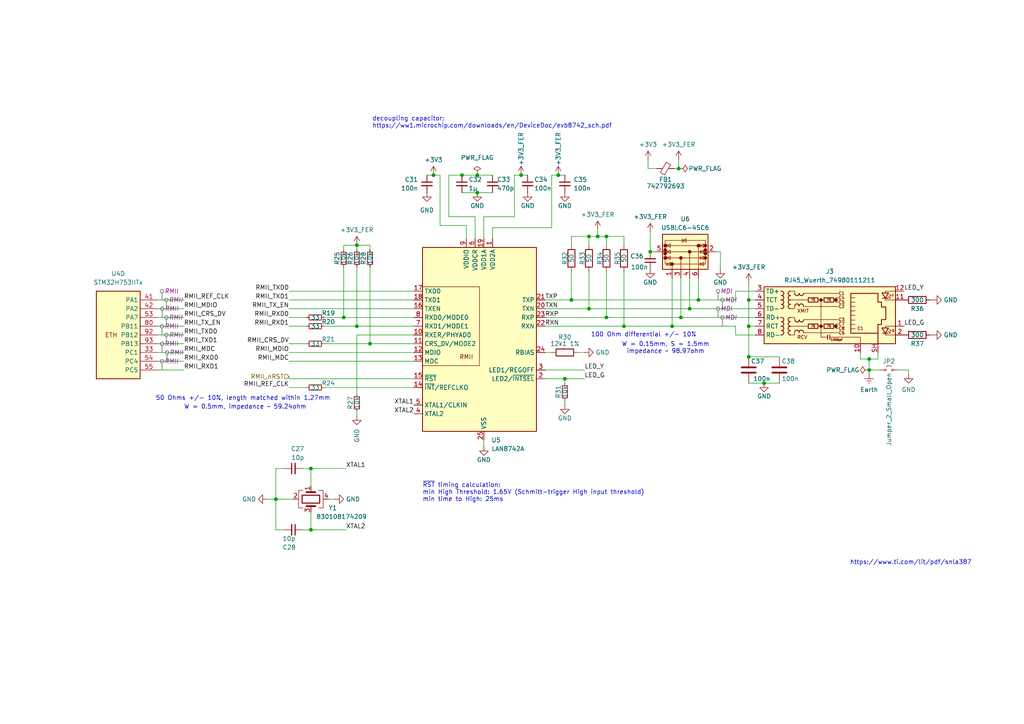
<source format=kicad_sch>
(kicad_sch
	(version 20250114)
	(generator "eeschema")
	(generator_version "9.0")
	(uuid "646f0ec7-69cc-4f42-8786-19ce68dbe63b")
	(paper "A4")
	
	(text "https://www.ti.com/lit/pdf/snla387"
		(exclude_from_sim no)
		(at 264.16 163.195 0)
		(effects
			(font
				(size 1.27 1.27)
			)
		)
		(uuid "07355253-d57a-4889-91b8-64d92046556e")
	)
	(text "W = 0.5mm, impedance ~ 59.24ohm"
		(exclude_from_sim no)
		(at 71.12 118.11 0)
		(effects
			(font
				(size 1.27 1.27)
			)
		)
		(uuid "49058765-2b2c-4275-9dcb-62dec990a013")
	)
	(text "~{RST} timing calculation:\nmin High Threshold: 1.65V (Schmitt-trigger High input threshold)\nmin time to High: 25ms"
		(exclude_from_sim no)
		(at 122.555 142.875 0)
		(effects
			(font
				(size 1.27 1.27)
			)
			(justify left)
		)
		(uuid "647e5c24-9002-4bcb-9253-b89a1429e58f")
	)
	(text "50 Ohms +/- 10%, length matched within 1.27mm"
		(exclude_from_sim no)
		(at 70.485 115.57 0)
		(effects
			(font
				(size 1.27 1.27)
			)
		)
		(uuid "87c95337-b4e4-4486-8203-c41b42b73555")
	)
	(text "decoupling capacitor:\nhttps://ww1.microchip.com/downloads/en/DeviceDoc/evb8742_sch.pdf"
		(exclude_from_sim no)
		(at 107.95 35.56 0)
		(effects
			(font
				(size 1.27 1.27)
			)
			(justify left)
		)
		(uuid "8daae0bb-64e3-4fc9-80ff-1c40c2265636")
	)
	(text "100 Ohm differential +/- 10%"
		(exclude_from_sim no)
		(at 186.69 97.155 0)
		(effects
			(font
				(size 1.27 1.27)
			)
		)
		(uuid "91dfeb50-624f-42c9-afcf-757a0abe0581")
	)
	(text "W = 0.15mm, S = 1.5mm\nimpedance ~ 98.97ohm"
		(exclude_from_sim no)
		(at 193.04 100.965 0)
		(effects
			(font
				(size 1.27 1.27)
			)
		)
		(uuid "fd6cdfc9-b2e2-4b13-abe0-02b1421eaaef")
	)
	(junction
		(at 196.85 48.895)
		(diameter 0)
		(color 0 0 0 0)
		(uuid "049ee6f0-edd9-4de9-9d41-d67b7d7371c4")
	)
	(junction
		(at 252.095 107.315)
		(diameter 0)
		(color 0 0 0 0)
		(uuid "0a4dc002-a1a1-4420-82d9-0f8650ef61be")
	)
	(junction
		(at 163.83 109.855)
		(diameter 0)
		(color 0 0 0 0)
		(uuid "1b0dfb70-1ae2-419b-8562-dfad3b9b2ec1")
	)
	(junction
		(at 103.505 94.615)
		(diameter 0)
		(color 0 0 0 0)
		(uuid "2035bcc3-7426-4bcb-8edc-fae5b3357d94")
	)
	(junction
		(at 151.13 50.8)
		(diameter 0)
		(color 0 0 0 0)
		(uuid "2647d42f-9872-4cd1-b370-3dd4abad0ecf")
	)
	(junction
		(at 202.565 86.995)
		(diameter 0)
		(color 0 0 0 0)
		(uuid "31b34c5c-feb7-4343-a199-c34c4443428d")
	)
	(junction
		(at 180.975 94.615)
		(diameter 0)
		(color 0 0 0 0)
		(uuid "365a1506-233c-4ff0-95cc-7f7a59db9742")
	)
	(junction
		(at 194.945 94.615)
		(diameter 0)
		(color 0 0 0 0)
		(uuid "4369633a-7c55-4b23-8849-c208281a6526")
	)
	(junction
		(at 165.735 86.995)
		(diameter 0)
		(color 0 0 0 0)
		(uuid "463d78f6-9a6e-4f37-93c6-b49793c12db1")
	)
	(junction
		(at 161.925 50.8)
		(diameter 0)
		(color 0 0 0 0)
		(uuid "4d300525-7eec-4176-997d-066554a55c5b")
	)
	(junction
		(at 221.615 111.125)
		(diameter 0)
		(color 0 0 0 0)
		(uuid "5f43df96-af99-4f70-af0c-81c21162083a")
	)
	(junction
		(at 217.17 86.995)
		(diameter 0)
		(color 0 0 0 0)
		(uuid "608c3ba2-14a8-4f9c-8522-bde368058f20")
	)
	(junction
		(at 80.01 144.78)
		(diameter 0)
		(color 0 0 0 0)
		(uuid "787f373f-9e88-4948-aee8-3d2848b59e9a")
	)
	(junction
		(at 175.895 92.075)
		(diameter 0)
		(color 0 0 0 0)
		(uuid "7fe16ac2-7ca3-4751-a581-5dcb8a6c92fd")
	)
	(junction
		(at 200.025 89.535)
		(diameter 0)
		(color 0 0 0 0)
		(uuid "9475dafa-ebc7-4881-a820-06306bb84810")
	)
	(junction
		(at 125.73 50.8)
		(diameter 0)
		(color 0 0 0 0)
		(uuid "96e1967a-2115-41a7-88e9-acfb9aa5adde")
	)
	(junction
		(at 217.17 103.505)
		(diameter 0)
		(color 0 0 0 0)
		(uuid "9beb3c46-0a2f-4454-ac89-62302ac3b4b6")
	)
	(junction
		(at 99.695 92.075)
		(diameter 0)
		(color 0 0 0 0)
		(uuid "a19ea777-a0c8-4300-8c9c-2eff811d80a8")
	)
	(junction
		(at 173.355 68.58)
		(diameter 0)
		(color 0 0 0 0)
		(uuid "aae18f9d-4e04-46ce-b266-d0e944fa6fe0")
	)
	(junction
		(at 103.505 71.12)
		(diameter 0)
		(color 0 0 0 0)
		(uuid "abafef1c-2e60-46e4-a8ae-5d7767c8353f")
	)
	(junction
		(at 90.17 135.89)
		(diameter 0)
		(color 0 0 0 0)
		(uuid "aebe97b2-90e8-4de5-ae36-1e13702e691f")
	)
	(junction
		(at 217.17 94.615)
		(diameter 0)
		(color 0 0 0 0)
		(uuid "b9cce664-a30d-45fa-9a00-8b22b82def88")
	)
	(junction
		(at 170.815 89.535)
		(diameter 0)
		(color 0 0 0 0)
		(uuid "c3700580-2003-4b1e-b1bb-6f518b3b860f")
	)
	(junction
		(at 107.315 99.695)
		(diameter 0)
		(color 0 0 0 0)
		(uuid "d39b6d90-3daf-408a-85ef-31f5d5d58189")
	)
	(junction
		(at 170.815 68.58)
		(diameter 0)
		(color 0 0 0 0)
		(uuid "dbd60596-381e-4027-a0e0-5a70fa2bfffb")
	)
	(junction
		(at 197.485 92.075)
		(diameter 0)
		(color 0 0 0 0)
		(uuid "e4de4d00-0894-47cf-b7f6-1c71ac9dd439")
	)
	(junction
		(at 175.895 68.58)
		(diameter 0)
		(color 0 0 0 0)
		(uuid "e67fad01-e732-47db-8c6b-05e5527967e6")
	)
	(junction
		(at 138.43 50.8)
		(diameter 0)
		(color 0 0 0 0)
		(uuid "eb5b30ac-37b3-4752-9ec5-cabbd714e075")
	)
	(junction
		(at 188.595 73.025)
		(diameter 0)
		(color 0 0 0 0)
		(uuid "f00bcc62-17d4-4f90-8f03-15fd4a6927a5")
	)
	(junction
		(at 90.17 153.67)
		(diameter 0)
		(color 0 0 0 0)
		(uuid "f671a679-fe35-4bcb-8fc5-8cfb555ede48")
	)
	(junction
		(at 138.43 55.88)
		(diameter 0)
		(color 0 0 0 0)
		(uuid "f7882165-b142-422f-b8b9-e7dd0618ad3f")
	)
	(junction
		(at 133.985 50.8)
		(diameter 0)
		(color 0 0 0 0)
		(uuid "f8fde5d8-42bd-473d-8f11-6dac1d9074ab")
	)
	(junction
		(at 252.095 104.14)
		(diameter 0)
		(color 0 0 0 0)
		(uuid "fe636ced-f702-4712-8005-0b89218216b5")
	)
	(wire
		(pts
			(xy 217.17 111.125) (xy 221.615 111.125)
		)
		(stroke
			(width 0)
			(type default)
		)
		(uuid "00144ff2-1693-4af6-869b-7e0a6c94bd1c")
	)
	(wire
		(pts
			(xy 160.02 50.8) (xy 160.02 66.04)
		)
		(stroke
			(width 0)
			(type default)
		)
		(uuid "01affafa-6033-4662-b39b-b9bf66857308")
	)
	(wire
		(pts
			(xy 80.01 144.78) (xy 77.47 144.78)
		)
		(stroke
			(width 0)
			(type default)
		)
		(uuid "01ba70ec-75c3-48c2-bdc1-3082c9c1ff85")
	)
	(wire
		(pts
			(xy 263.525 108.585) (xy 263.525 107.315)
		)
		(stroke
			(width 0)
			(type default)
		)
		(uuid "06da63f1-7d48-4675-bf23-6154b3e6b7ac")
	)
	(wire
		(pts
			(xy 170.815 68.58) (xy 173.355 68.58)
		)
		(stroke
			(width 0)
			(type default)
		)
		(uuid "08911034-c627-4506-90df-866254fed377")
	)
	(wire
		(pts
			(xy 188.595 73.025) (xy 189.865 73.025)
		)
		(stroke
			(width 0)
			(type default)
		)
		(uuid "0af78097-134e-4eab-8e4d-2b17537b0a86")
	)
	(wire
		(pts
			(xy 103.505 71.12) (xy 103.505 72.39)
		)
		(stroke
			(width 0)
			(type default)
		)
		(uuid "0d4f2b73-4153-4178-a506-1e102a676c5a")
	)
	(wire
		(pts
			(xy 173.355 68.58) (xy 175.895 68.58)
		)
		(stroke
			(width 0)
			(type default)
		)
		(uuid "0fccca0a-4dda-4e18-8f4f-5693216504e8")
	)
	(wire
		(pts
			(xy 170.815 78.74) (xy 170.815 89.535)
		)
		(stroke
			(width 0)
			(type default)
		)
		(uuid "15301487-0332-4c24-87d6-9ebe513c5aa8")
	)
	(wire
		(pts
			(xy 180.975 78.74) (xy 180.975 94.615)
		)
		(stroke
			(width 0)
			(type default)
		)
		(uuid "16d55de7-d73b-4de9-a28a-2ad1512f7552")
	)
	(wire
		(pts
			(xy 173.355 66.675) (xy 173.355 68.58)
		)
		(stroke
			(width 0)
			(type default)
		)
		(uuid "20e0de63-6e19-4287-9b59-e7006fd03ea4")
	)
	(wire
		(pts
			(xy 165.735 71.12) (xy 165.735 68.58)
		)
		(stroke
			(width 0)
			(type default)
		)
		(uuid "2125a24a-c2df-4b5f-9ce4-1ba7ca1ac7f3")
	)
	(wire
		(pts
			(xy 217.17 94.615) (xy 219.075 94.615)
		)
		(stroke
			(width 0)
			(type default)
		)
		(uuid "220e8c9f-eddd-4d41-b867-0777ab93f49f")
	)
	(wire
		(pts
			(xy 45.72 92.075) (xy 53.34 92.075)
		)
		(stroke
			(width 0)
			(type default)
		)
		(uuid "23d2efb4-7bcc-48a4-909b-bbd3d05a2745")
	)
	(wire
		(pts
			(xy 158.115 94.615) (xy 180.975 94.615)
		)
		(stroke
			(width 0)
			(type default)
		)
		(uuid "2654fbbe-d5a5-49a7-96c1-e5d3d9cbd202")
	)
	(wire
		(pts
			(xy 103.505 97.155) (xy 103.505 114.3)
		)
		(stroke
			(width 0)
			(type default)
		)
		(uuid "26b370ea-f94a-4cc7-8796-34563f511ab4")
	)
	(wire
		(pts
			(xy 83.82 92.075) (xy 88.9 92.075)
		)
		(stroke
			(width 0)
			(type default)
		)
		(uuid "28e1c6e0-596e-45fc-a2ae-dfd4218dcc2b")
	)
	(wire
		(pts
			(xy 125.73 50.8) (xy 127.635 50.8)
		)
		(stroke
			(width 0)
			(type default)
		)
		(uuid "290a9c70-f7fb-4e52-9ec5-3c44da9fa8bb")
	)
	(wire
		(pts
			(xy 127.635 65.405) (xy 135.255 65.405)
		)
		(stroke
			(width 0)
			(type default)
		)
		(uuid "29531760-dd99-46ec-b090-373b73def878")
	)
	(wire
		(pts
			(xy 93.98 92.075) (xy 99.695 92.075)
		)
		(stroke
			(width 0)
			(type default)
		)
		(uuid "2b2480a8-a9e9-4d94-a36d-49898046089b")
	)
	(wire
		(pts
			(xy 45.72 104.775) (xy 53.34 104.775)
		)
		(stroke
			(width 0)
			(type default)
		)
		(uuid "2d1889fb-b78d-46bc-9b9f-a77d13ac50da")
	)
	(wire
		(pts
			(xy 149.225 62.865) (xy 140.335 62.865)
		)
		(stroke
			(width 0)
			(type default)
		)
		(uuid "2da8ee30-603c-4699-bd2a-d6150ecec628")
	)
	(wire
		(pts
			(xy 45.72 102.235) (xy 53.34 102.235)
		)
		(stroke
			(width 0)
			(type default)
		)
		(uuid "2fcd5923-5415-4aa0-b1b2-2572d5169ef0")
	)
	(wire
		(pts
			(xy 213.36 97.155) (xy 213.36 94.615)
		)
		(stroke
			(width 0)
			(type default)
		)
		(uuid "303ec749-b4df-4895-af78-935caf4ffa85")
	)
	(wire
		(pts
			(xy 249.555 102.235) (xy 249.555 104.14)
		)
		(stroke
			(width 0)
			(type default)
		)
		(uuid "339e1b2d-bb9b-420b-8721-d254f6400d5d")
	)
	(wire
		(pts
			(xy 83.82 102.235) (xy 120.015 102.235)
		)
		(stroke
			(width 0)
			(type default)
		)
		(uuid "34208d06-6624-45f4-8759-b98580b4cab6")
	)
	(wire
		(pts
			(xy 83.82 94.615) (xy 88.9 94.615)
		)
		(stroke
			(width 0)
			(type default)
		)
		(uuid "3a18ed65-3736-42ee-a19e-d4fe4e0db912")
	)
	(wire
		(pts
			(xy 130.175 50.8) (xy 130.175 62.865)
		)
		(stroke
			(width 0)
			(type default)
		)
		(uuid "429cc455-908c-4731-9f3e-59cdf1306dda")
	)
	(wire
		(pts
			(xy 83.82 89.535) (xy 120.015 89.535)
		)
		(stroke
			(width 0)
			(type default)
		)
		(uuid "436c1e9b-5847-48e1-8461-50d0c76d4f4d")
	)
	(wire
		(pts
			(xy 163.83 109.855) (xy 158.115 109.855)
		)
		(stroke
			(width 0)
			(type default)
		)
		(uuid "43dae1d9-5de7-4a35-8a77-507e554c0068")
	)
	(wire
		(pts
			(xy 187.96 48.895) (xy 190.5 48.895)
		)
		(stroke
			(width 0)
			(type default)
		)
		(uuid "48a5b44a-d3cd-4119-adc8-7a67986557fb")
	)
	(wire
		(pts
			(xy 165.735 86.995) (xy 202.565 86.995)
		)
		(stroke
			(width 0)
			(type default)
		)
		(uuid "49a09884-c4f9-4fb9-af64-7c5e38ae0089")
	)
	(wire
		(pts
			(xy 175.895 92.075) (xy 197.485 92.075)
		)
		(stroke
			(width 0)
			(type default)
		)
		(uuid "4b7f8fc0-827f-4f00-b156-8f616aaebcf6")
	)
	(wire
		(pts
			(xy 194.945 94.615) (xy 213.36 94.615)
		)
		(stroke
			(width 0)
			(type default)
		)
		(uuid "4b84dd7b-806f-4ed2-9d62-df9122e4e6e6")
	)
	(wire
		(pts
			(xy 107.315 77.47) (xy 107.315 99.695)
		)
		(stroke
			(width 0)
			(type default)
		)
		(uuid "4bc5c759-75f0-40ef-a141-a41cb1f491fc")
	)
	(wire
		(pts
			(xy 175.895 78.74) (xy 175.895 92.075)
		)
		(stroke
			(width 0)
			(type default)
		)
		(uuid "4d5374fe-a43a-4c9b-b414-195fc28fb9b7")
	)
	(wire
		(pts
			(xy 82.55 153.67) (xy 80.01 153.67)
		)
		(stroke
			(width 0)
			(type default)
		)
		(uuid "4e385c0d-88cc-48c9-a4b5-aefeda986768")
	)
	(wire
		(pts
			(xy 133.985 55.88) (xy 138.43 55.88)
		)
		(stroke
			(width 0)
			(type default)
		)
		(uuid "522a4a19-7f4a-411b-b5a1-ed8003c0efd3")
	)
	(wire
		(pts
			(xy 83.82 86.995) (xy 120.015 86.995)
		)
		(stroke
			(width 0)
			(type default)
		)
		(uuid "52bf19ae-217a-4d6e-9ab1-0d2ab2ccf89a")
	)
	(wire
		(pts
			(xy 270.51 86.995) (xy 269.875 86.995)
		)
		(stroke
			(width 0)
			(type default)
		)
		(uuid "55698565-bacc-4261-aa34-18d5c76ebd76")
	)
	(wire
		(pts
			(xy 83.82 84.455) (xy 120.015 84.455)
		)
		(stroke
			(width 0)
			(type default)
		)
		(uuid "5937e630-c0ef-452a-b08d-abca98131ba2")
	)
	(wire
		(pts
			(xy 45.72 89.535) (xy 53.34 89.535)
		)
		(stroke
			(width 0)
			(type default)
		)
		(uuid "5e24a51b-7d35-445e-a28a-0a7f428dde79")
	)
	(wire
		(pts
			(xy 95.25 144.78) (xy 97.155 144.78)
		)
		(stroke
			(width 0)
			(type default)
		)
		(uuid "61508d60-da4b-43b3-894f-9d6e19fa150a")
	)
	(wire
		(pts
			(xy 103.505 97.155) (xy 120.015 97.155)
		)
		(stroke
			(width 0)
			(type default)
		)
		(uuid "61b320ff-404a-46cc-a700-a316d6f91a6b")
	)
	(wire
		(pts
			(xy 187.96 46.355) (xy 187.96 48.895)
		)
		(stroke
			(width 0)
			(type default)
		)
		(uuid "61d58686-f4f3-4cd0-9e72-c6599e6e60e5")
	)
	(wire
		(pts
			(xy 202.565 80.645) (xy 202.565 86.995)
		)
		(stroke
			(width 0)
			(type default)
		)
		(uuid "62d3a61c-f94d-4ec5-ae3c-b6b037886d47")
	)
	(wire
		(pts
			(xy 163.83 109.855) (xy 163.83 111.125)
		)
		(stroke
			(width 0)
			(type default)
		)
		(uuid "674f085f-fb53-4729-8e44-4201119212aa")
	)
	(wire
		(pts
			(xy 130.175 50.8) (xy 133.985 50.8)
		)
		(stroke
			(width 0)
			(type default)
		)
		(uuid "68f2f386-eb02-421e-a7d1-2f8fbe6da36d")
	)
	(wire
		(pts
			(xy 213.36 84.455) (xy 219.075 84.455)
		)
		(stroke
			(width 0)
			(type default)
		)
		(uuid "6afcbffe-476b-4748-95fe-8ea452c242cd")
	)
	(wire
		(pts
			(xy 45.72 99.695) (xy 53.34 99.695)
		)
		(stroke
			(width 0)
			(type default)
		)
		(uuid "6b66700f-6440-4a98-9ea2-912876cb0c86")
	)
	(wire
		(pts
			(xy 252.095 107.315) (xy 255.27 107.315)
		)
		(stroke
			(width 0)
			(type default)
		)
		(uuid "6c6c5d66-4a78-43a2-ad9f-8471ed731a0b")
	)
	(wire
		(pts
			(xy 180.975 68.58) (xy 180.975 71.12)
		)
		(stroke
			(width 0)
			(type default)
		)
		(uuid "6c972cd1-4da0-4615-aed0-1b0e67e4768a")
	)
	(wire
		(pts
			(xy 219.075 86.995) (xy 217.17 86.995)
		)
		(stroke
			(width 0)
			(type default)
		)
		(uuid "6e785828-3fe3-4bff-b9a6-2ec11b609e3c")
	)
	(wire
		(pts
			(xy 217.17 103.505) (xy 226.06 103.505)
		)
		(stroke
			(width 0)
			(type default)
		)
		(uuid "78aba207-eb8b-48e5-be39-c7b69e8a494c")
	)
	(wire
		(pts
			(xy 270.51 97.155) (xy 269.875 97.155)
		)
		(stroke
			(width 0)
			(type default)
		)
		(uuid "7bcc2f40-53e0-4560-bac4-206255dca4e5")
	)
	(wire
		(pts
			(xy 99.695 92.075) (xy 120.015 92.075)
		)
		(stroke
			(width 0)
			(type default)
		)
		(uuid "7c2481da-70c0-4909-862e-16149359c609")
	)
	(wire
		(pts
			(xy 133.985 50.8) (xy 138.43 50.8)
		)
		(stroke
			(width 0)
			(type default)
		)
		(uuid "7c97ce75-94c9-4b10-8262-850d8bbb3df6")
	)
	(wire
		(pts
			(xy 90.17 135.89) (xy 90.17 140.97)
		)
		(stroke
			(width 0)
			(type default)
		)
		(uuid "7ea64745-433b-4445-8340-fe5232f8e914")
	)
	(wire
		(pts
			(xy 93.98 112.395) (xy 120.015 112.395)
		)
		(stroke
			(width 0)
			(type default)
		)
		(uuid "7fbc9325-e968-4f74-9b93-5bd8d08d7e5f")
	)
	(wire
		(pts
			(xy 103.505 71.12) (xy 107.315 71.12)
		)
		(stroke
			(width 0)
			(type default)
		)
		(uuid "800530cc-c4d2-4a7e-91f0-76d71f148cbd")
	)
	(wire
		(pts
			(xy 169.545 107.315) (xy 158.115 107.315)
		)
		(stroke
			(width 0)
			(type default)
		)
		(uuid "812ff3f7-f076-40b5-8856-3a597416b7eb")
	)
	(wire
		(pts
			(xy 208.915 78.105) (xy 208.915 73.025)
		)
		(stroke
			(width 0)
			(type default)
		)
		(uuid "83ea4a83-a30c-48bd-9175-53b0aa084a6a")
	)
	(wire
		(pts
			(xy 99.695 77.47) (xy 99.695 92.075)
		)
		(stroke
			(width 0)
			(type default)
		)
		(uuid "871fb53c-fd13-4b02-abc0-fe5e27b7b0a5")
	)
	(wire
		(pts
			(xy 158.115 89.535) (xy 170.815 89.535)
		)
		(stroke
			(width 0)
			(type default)
		)
		(uuid "8a403cb8-dfd3-4ae5-be0f-3761e62ab178")
	)
	(wire
		(pts
			(xy 83.82 99.695) (xy 88.9 99.695)
		)
		(stroke
			(width 0)
			(type default)
		)
		(uuid "8a5a1edd-b612-4278-ace6-d9a58e952d76")
	)
	(wire
		(pts
			(xy 103.505 94.615) (xy 120.015 94.615)
		)
		(stroke
			(width 0)
			(type default)
		)
		(uuid "8bc3e9a0-e3c7-4ab7-81fe-5f240abc8e28")
	)
	(wire
		(pts
			(xy 208.915 73.025) (xy 207.645 73.025)
		)
		(stroke
			(width 0)
			(type default)
		)
		(uuid "8c28dfd6-f055-4f0f-bfd7-60187e203c7b")
	)
	(wire
		(pts
			(xy 169.545 109.855) (xy 163.83 109.855)
		)
		(stroke
			(width 0)
			(type default)
		)
		(uuid "8ded6cc0-737a-4c89-89a1-f1139eb4cc8e")
	)
	(wire
		(pts
			(xy 83.82 104.775) (xy 120.015 104.775)
		)
		(stroke
			(width 0)
			(type default)
		)
		(uuid "8e0b8178-31de-48d9-b9c1-9458379f8036")
	)
	(wire
		(pts
			(xy 197.485 80.645) (xy 197.485 92.075)
		)
		(stroke
			(width 0)
			(type default)
		)
		(uuid "8e687512-2e02-42e9-aa27-bf833b5e8bdc")
	)
	(wire
		(pts
			(xy 165.735 78.74) (xy 165.735 86.995)
		)
		(stroke
			(width 0)
			(type default)
		)
		(uuid "91da2b26-22a0-4542-b2ee-931d057c3727")
	)
	(wire
		(pts
			(xy 90.17 153.67) (xy 87.63 153.67)
		)
		(stroke
			(width 0)
			(type default)
		)
		(uuid "92bf7c38-400d-49d1-ad9d-4d9a6ce02c7c")
	)
	(wire
		(pts
			(xy 217.17 81.915) (xy 217.17 86.995)
		)
		(stroke
			(width 0)
			(type default)
		)
		(uuid "94478a99-c3c4-4e4c-a495-d24168655c5f")
	)
	(wire
		(pts
			(xy 127.635 50.8) (xy 127.635 65.405)
		)
		(stroke
			(width 0)
			(type default)
		)
		(uuid "94a1c5ba-7c20-4a13-9b87-f0fa0e9f28df")
	)
	(wire
		(pts
			(xy 254.635 102.235) (xy 254.635 104.14)
		)
		(stroke
			(width 0)
			(type default)
		)
		(uuid "952da97a-927e-4ca1-baaf-7ff4a88abfb2")
	)
	(wire
		(pts
			(xy 200.025 80.645) (xy 200.025 89.535)
		)
		(stroke
			(width 0)
			(type default)
		)
		(uuid "9548ff77-0a4c-4549-9c8e-d0fd9f1e6a40")
	)
	(wire
		(pts
			(xy 252.095 104.14) (xy 254.635 104.14)
		)
		(stroke
			(width 0)
			(type default)
		)
		(uuid "97f110a7-551f-4025-aabc-dea7c2b7dcd7")
	)
	(wire
		(pts
			(xy 249.555 104.14) (xy 252.095 104.14)
		)
		(stroke
			(width 0)
			(type default)
		)
		(uuid "984cd56c-c49f-48f8-aa4b-f552714fdc23")
	)
	(wire
		(pts
			(xy 45.72 107.315) (xy 53.34 107.315)
		)
		(stroke
			(width 0)
			(type default)
		)
		(uuid "9885e643-76f4-43fa-bcbf-55ff7c90248a")
	)
	(wire
		(pts
			(xy 80.01 135.89) (xy 82.55 135.89)
		)
		(stroke
			(width 0)
			(type default)
		)
		(uuid "9b556e72-6b69-440e-8dd6-395eced69758")
	)
	(wire
		(pts
			(xy 260.35 107.315) (xy 263.525 107.315)
		)
		(stroke
			(width 0)
			(type default)
		)
		(uuid "9cf1c10b-b647-46e8-a76f-84bc75175116")
	)
	(wire
		(pts
			(xy 200.025 89.535) (xy 219.075 89.535)
		)
		(stroke
			(width 0)
			(type default)
		)
		(uuid "9d3da8a4-f830-4814-ae63-5a93f6e6f974")
	)
	(wire
		(pts
			(xy 83.82 112.395) (xy 88.9 112.395)
		)
		(stroke
			(width 0)
			(type default)
		)
		(uuid "9d47613c-b2e9-47d4-b847-783c0eecfe36")
	)
	(wire
		(pts
			(xy 80.01 144.78) (xy 85.09 144.78)
		)
		(stroke
			(width 0)
			(type default)
		)
		(uuid "9e328c0b-b8d0-44c3-9502-a376eb60c70f")
	)
	(wire
		(pts
			(xy 195.58 48.895) (xy 196.85 48.895)
		)
		(stroke
			(width 0)
			(type default)
		)
		(uuid "9f77652f-e7f9-4d2e-9fd8-b7fed4b023d7")
	)
	(wire
		(pts
			(xy 45.72 97.155) (xy 53.34 97.155)
		)
		(stroke
			(width 0)
			(type default)
		)
		(uuid "a15bffc4-03ec-4494-b211-30b28e55de7c")
	)
	(wire
		(pts
			(xy 161.925 50.8) (xy 163.83 50.8)
		)
		(stroke
			(width 0)
			(type default)
		)
		(uuid "a1b019fd-8deb-484b-9046-8f51a332eb08")
	)
	(wire
		(pts
			(xy 100.33 135.89) (xy 90.17 135.89)
		)
		(stroke
			(width 0)
			(type default)
		)
		(uuid "a3ac8f3e-6ccb-4afa-b5be-fc8a54d1b5c3")
	)
	(wire
		(pts
			(xy 160.02 50.8) (xy 161.925 50.8)
		)
		(stroke
			(width 0)
			(type default)
		)
		(uuid "a6e42b82-5250-4794-aa1b-6a9d3cc2a740")
	)
	(wire
		(pts
			(xy 83.82 109.855) (xy 120.015 109.855)
		)
		(stroke
			(width 0)
			(type default)
		)
		(uuid "a7600a51-bba3-4568-95e4-a911a671451b")
	)
	(wire
		(pts
			(xy 153.035 50.8) (xy 151.13 50.8)
		)
		(stroke
			(width 0)
			(type default)
		)
		(uuid "a78d45b3-6f4b-40c8-b675-b373cdf2db95")
	)
	(wire
		(pts
			(xy 80.01 144.78) (xy 80.01 135.89)
		)
		(stroke
			(width 0)
			(type default)
		)
		(uuid "a80f71b5-806b-448e-8d71-c0fa43b87a80")
	)
	(wire
		(pts
			(xy 160.02 66.04) (xy 142.875 66.04)
		)
		(stroke
			(width 0)
			(type default)
		)
		(uuid "aca29c85-595d-4868-bff2-7837dc83bbb1")
	)
	(wire
		(pts
			(xy 175.895 68.58) (xy 175.895 71.12)
		)
		(stroke
			(width 0)
			(type default)
		)
		(uuid "acfd7b76-16dc-49f2-a48a-5c7cd1ce04e7")
	)
	(wire
		(pts
			(xy 45.72 86.995) (xy 53.34 86.995)
		)
		(stroke
			(width 0)
			(type default)
		)
		(uuid "ad8abd60-dcfd-4719-84a8-2aa3bb4d78e2")
	)
	(wire
		(pts
			(xy 100.33 153.67) (xy 90.17 153.67)
		)
		(stroke
			(width 0)
			(type default)
		)
		(uuid "adc8bd2c-37d6-4047-8788-f3094fbc5d11")
	)
	(wire
		(pts
			(xy 103.505 77.47) (xy 103.505 94.615)
		)
		(stroke
			(width 0)
			(type default)
		)
		(uuid "b147d74c-0249-49e5-ba86-6d63126ec931")
	)
	(wire
		(pts
			(xy 140.335 127.635) (xy 140.335 129.54)
		)
		(stroke
			(width 0)
			(type default)
		)
		(uuid "b15c7db4-bbd8-467f-ada9-e6ccec227f53")
	)
	(wire
		(pts
			(xy 217.17 94.615) (xy 217.17 103.505)
		)
		(stroke
			(width 0)
			(type default)
		)
		(uuid "b3b6295f-3bd7-4cb7-8d2f-5eb061c3ec6f")
	)
	(wire
		(pts
			(xy 196.85 46.355) (xy 196.85 48.895)
		)
		(stroke
			(width 0)
			(type default)
		)
		(uuid "b3eb0eee-b544-43cc-ac14-ef786a2e8e70")
	)
	(wire
		(pts
			(xy 123.825 50.8) (xy 125.73 50.8)
		)
		(stroke
			(width 0)
			(type default)
		)
		(uuid "b52cdca1-6194-43f7-a3da-9f51f82530cf")
	)
	(wire
		(pts
			(xy 45.72 94.615) (xy 53.34 94.615)
		)
		(stroke
			(width 0)
			(type default)
		)
		(uuid "b659373f-abac-4095-91b7-3cd134be45d6")
	)
	(wire
		(pts
			(xy 135.255 65.405) (xy 135.255 69.215)
		)
		(stroke
			(width 0)
			(type default)
		)
		(uuid "b9e03fb6-2f0c-4279-b9d4-c71f9ecc5acc")
	)
	(wire
		(pts
			(xy 197.485 92.075) (xy 219.075 92.075)
		)
		(stroke
			(width 0)
			(type default)
		)
		(uuid "bba6544d-7714-4872-8583-92941f4db7f0")
	)
	(wire
		(pts
			(xy 221.615 111.125) (xy 226.06 111.125)
		)
		(stroke
			(width 0)
			(type default)
		)
		(uuid "bbbb2aa4-d452-4a66-bb98-5d058a59c6cb")
	)
	(wire
		(pts
			(xy 170.815 89.535) (xy 200.025 89.535)
		)
		(stroke
			(width 0)
			(type default)
		)
		(uuid "bd0553eb-77a6-4647-a4c3-297b942873da")
	)
	(wire
		(pts
			(xy 99.695 71.12) (xy 103.505 71.12)
		)
		(stroke
			(width 0)
			(type default)
		)
		(uuid "be79e75b-7ed4-4d49-a22c-57af6699a84b")
	)
	(wire
		(pts
			(xy 158.115 92.075) (xy 175.895 92.075)
		)
		(stroke
			(width 0)
			(type default)
		)
		(uuid "bea9ac0c-383b-43e8-bd7a-ed1b0184cb56")
	)
	(wire
		(pts
			(xy 163.83 116.205) (xy 163.83 117.475)
		)
		(stroke
			(width 0)
			(type default)
		)
		(uuid "bf9515c4-18eb-4e02-b1ea-e1efa3d812c6")
	)
	(wire
		(pts
			(xy 252.095 104.14) (xy 252.095 107.315)
		)
		(stroke
			(width 0)
			(type default)
		)
		(uuid "c00f1a19-9a24-4f94-a353-f0a3934af9f0")
	)
	(wire
		(pts
			(xy 194.945 80.645) (xy 194.945 94.615)
		)
		(stroke
			(width 0)
			(type default)
		)
		(uuid "c296004b-d4fc-4e63-abd8-d81f9db587bc")
	)
	(wire
		(pts
			(xy 160.02 102.235) (xy 158.115 102.235)
		)
		(stroke
			(width 0)
			(type default)
		)
		(uuid "c2a5f62a-48ec-4025-9c16-f41f634127df")
	)
	(wire
		(pts
			(xy 93.98 94.615) (xy 103.505 94.615)
		)
		(stroke
			(width 0)
			(type default)
		)
		(uuid "c4f9098d-65a2-45fb-a988-1643465e1e0a")
	)
	(wire
		(pts
			(xy 107.315 99.695) (xy 120.015 99.695)
		)
		(stroke
			(width 0)
			(type default)
		)
		(uuid "c50b4b23-93b6-4403-895a-1d659fd37072")
	)
	(wire
		(pts
			(xy 151.13 50.8) (xy 149.225 50.8)
		)
		(stroke
			(width 0)
			(type default)
		)
		(uuid "c53fef38-6ac5-421b-a1b6-5eebd9c4aea7")
	)
	(wire
		(pts
			(xy 99.695 72.39) (xy 99.695 71.12)
		)
		(stroke
			(width 0)
			(type default)
		)
		(uuid "c9abb0ee-9525-464f-8566-fa1f334bf4be")
	)
	(wire
		(pts
			(xy 165.735 86.995) (xy 158.115 86.995)
		)
		(stroke
			(width 0)
			(type default)
		)
		(uuid "cc6e4fa6-f53d-490b-8743-526a9100e71d")
	)
	(wire
		(pts
			(xy 188.595 67.31) (xy 188.595 73.025)
		)
		(stroke
			(width 0)
			(type default)
		)
		(uuid "cd10e510-1d6c-49af-97e6-ac8446a06643")
	)
	(wire
		(pts
			(xy 213.36 97.155) (xy 219.075 97.155)
		)
		(stroke
			(width 0)
			(type default)
		)
		(uuid "cdf3343a-e54a-48d4-a6b3-953fb3fa9220")
	)
	(wire
		(pts
			(xy 252.095 107.315) (xy 252.095 108.585)
		)
		(stroke
			(width 0)
			(type default)
		)
		(uuid "d0c6e02d-e1dd-4228-9250-0c868f09525e")
	)
	(wire
		(pts
			(xy 165.735 68.58) (xy 170.815 68.58)
		)
		(stroke
			(width 0)
			(type default)
		)
		(uuid "d1826d52-0eba-4306-9409-8f71d86591ce")
	)
	(wire
		(pts
			(xy 103.505 119.38) (xy 103.505 120.65)
		)
		(stroke
			(width 0)
			(type default)
		)
		(uuid "d32a798a-2e1b-4535-8805-d7e5ea0eaae2")
	)
	(wire
		(pts
			(xy 137.795 62.865) (xy 137.795 69.215)
		)
		(stroke
			(width 0)
			(type default)
		)
		(uuid "d7719353-f0ae-4b86-8de9-287fbe617e2c")
	)
	(wire
		(pts
			(xy 80.01 153.67) (xy 80.01 144.78)
		)
		(stroke
			(width 0)
			(type default)
		)
		(uuid "d99d427d-7613-4dc3-975f-e7800535aed9")
	)
	(wire
		(pts
			(xy 130.175 62.865) (xy 137.795 62.865)
		)
		(stroke
			(width 0)
			(type default)
		)
		(uuid "db4fcfd2-aede-4844-ac04-0715279789dd")
	)
	(wire
		(pts
			(xy 217.17 86.995) (xy 217.17 94.615)
		)
		(stroke
			(width 0)
			(type default)
		)
		(uuid "dd18eb2c-730b-4e31-ae7a-f77b42140eed")
	)
	(wire
		(pts
			(xy 180.975 94.615) (xy 194.945 94.615)
		)
		(stroke
			(width 0)
			(type default)
		)
		(uuid "e155ea79-d884-4589-86ae-8bf43c64a009")
	)
	(wire
		(pts
			(xy 170.815 68.58) (xy 170.815 71.12)
		)
		(stroke
			(width 0)
			(type default)
		)
		(uuid "e50b5493-8d01-4a3e-887c-511eeba7286c")
	)
	(wire
		(pts
			(xy 107.315 71.12) (xy 107.315 72.39)
		)
		(stroke
			(width 0)
			(type default)
		)
		(uuid "e5eb505e-e779-4399-a8f9-e3921bbc7710")
	)
	(wire
		(pts
			(xy 149.225 50.8) (xy 149.225 62.865)
		)
		(stroke
			(width 0)
			(type default)
		)
		(uuid "e7abd211-a126-4e86-8ac4-cd6f7b1d8db2")
	)
	(wire
		(pts
			(xy 83.82 109.22) (xy 83.82 109.855)
		)
		(stroke
			(width 0)
			(type default)
		)
		(uuid "e82de660-4928-479d-a481-d1a1b6f4eb9b")
	)
	(wire
		(pts
			(xy 175.895 68.58) (xy 180.975 68.58)
		)
		(stroke
			(width 0)
			(type default)
		)
		(uuid "e9739e40-1808-4fcf-b512-cf42ab4a7959")
	)
	(wire
		(pts
			(xy 87.63 135.89) (xy 90.17 135.89)
		)
		(stroke
			(width 0)
			(type default)
		)
		(uuid "ec87a965-a33e-4bb4-8d61-2d5e11d06920")
	)
	(wire
		(pts
			(xy 169.545 102.235) (xy 167.64 102.235)
		)
		(stroke
			(width 0)
			(type default)
		)
		(uuid "ee017901-6604-4033-9edb-84ee8341180e")
	)
	(wire
		(pts
			(xy 142.875 66.04) (xy 142.875 69.215)
		)
		(stroke
			(width 0)
			(type default)
		)
		(uuid "ef6e78f6-c7ec-4702-9f2f-afc339511181")
	)
	(wire
		(pts
			(xy 213.36 84.455) (xy 213.36 86.995)
		)
		(stroke
			(width 0)
			(type default)
		)
		(uuid "f046ebd9-0e75-4b81-b0e1-a29ab86d327a")
	)
	(wire
		(pts
			(xy 90.17 148.59) (xy 90.17 153.67)
		)
		(stroke
			(width 0)
			(type default)
		)
		(uuid "f0ad7163-6cf0-4dc0-8878-cd318ce0e966")
	)
	(wire
		(pts
			(xy 138.43 50.8) (xy 142.875 50.8)
		)
		(stroke
			(width 0)
			(type default)
		)
		(uuid "f23d3adc-604b-4fd1-8d73-2802a9086ee8")
	)
	(wire
		(pts
			(xy 93.98 99.695) (xy 107.315 99.695)
		)
		(stroke
			(width 0)
			(type default)
		)
		(uuid "f356096d-2687-4997-8b33-afe93c339623")
	)
	(wire
		(pts
			(xy 138.43 55.88) (xy 142.875 55.88)
		)
		(stroke
			(width 0)
			(type default)
		)
		(uuid "fd0b2736-439e-4d04-8d91-08fda19dd721")
	)
	(wire
		(pts
			(xy 202.565 86.995) (xy 213.36 86.995)
		)
		(stroke
			(width 0)
			(type default)
		)
		(uuid "fd79d2dc-88de-46de-80ed-e7c3404d6f02")
	)
	(wire
		(pts
			(xy 140.335 62.865) (xy 140.335 69.215)
		)
		(stroke
			(width 0)
			(type default)
		)
		(uuid "fd9413b9-7e53-4c78-b960-1364993f86fe")
	)
	(label "RMII_REF_CLK"
		(at 83.82 112.395 180)
		(effects
			(font
				(size 1.27 1.27)
			)
			(justify right bottom)
		)
		(uuid "26607b01-67c9-4133-821a-3356345fb417")
	)
	(label "RMII_TX_EN"
		(at 83.82 89.535 180)
		(effects
			(font
				(size 1.27 1.27)
			)
			(justify right bottom)
		)
		(uuid "29c18692-8289-4c7f-8256-bce50a093eab")
	)
	(label "RXN"
		(at 158.115 94.615 0)
		(effects
			(font
				(size 1.27 1.27)
			)
			(justify left bottom)
		)
		(uuid "35720338-fa14-40b1-9fd7-6f00f8ea5477")
	)
	(label "LED_Y"
		(at 169.545 107.315 0)
		(effects
			(font
				(size 1.27 1.27)
			)
			(justify left bottom)
		)
		(uuid "3c4d43cd-5185-4af6-a0ca-371a8baf3403")
	)
	(label "XTAL2"
		(at 120.015 120.015 180)
		(effects
			(font
				(size 1.27 1.27)
			)
			(justify right bottom)
		)
		(uuid "46df73cb-ee33-42a6-903d-3ad9319d678f")
	)
	(label "XTAL2"
		(at 100.33 153.67 0)
		(effects
			(font
				(size 1.27 1.27)
			)
			(justify left bottom)
		)
		(uuid "4ed7961a-40fe-4d7e-912c-5d7f470b7fb3")
	)
	(label "RMII_TXD1"
		(at 83.82 86.995 180)
		(effects
			(font
				(size 1.27 1.27)
			)
			(justify right bottom)
		)
		(uuid "65f0420b-606f-4665-a9e0-567d3e25c063")
	)
	(label "RMII_MDIO"
		(at 53.34 89.535 0)
		(effects
			(font
				(size 
... [95047 chars truncated]
</source>
